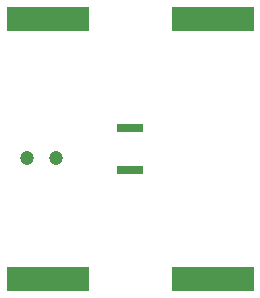
<source format=gbr>
%TF.GenerationSoftware,Altium Limited,Altium Designer,18.1.9 (240)*%
G04 Layer_Color=255*
%FSLAX45Y45*%
%MOMM*%
%TF.FileFunction,Pads,Top*%
%TF.Part,Single*%
G01*
G75*
%TA.AperFunction,SMDPad,CuDef*%
%ADD10R,2.20000X0.80000*%
%ADD11R,7.00000X2.00000*%
%TA.AperFunction,ComponentPad*%
%ADD14C,1.20000*%
D10*
X1100000Y1775000D02*
D03*
Y1425000D02*
D03*
D11*
X400000Y2702847D02*
D03*
Y502847D02*
D03*
X1800000Y2700000D02*
D03*
Y500000D02*
D03*
D14*
X225000Y1525000D02*
D03*
X475000D02*
D03*
%TF.MD5,cd14b9105b8598aa507009bf3f0c5df1*%
M02*

</source>
